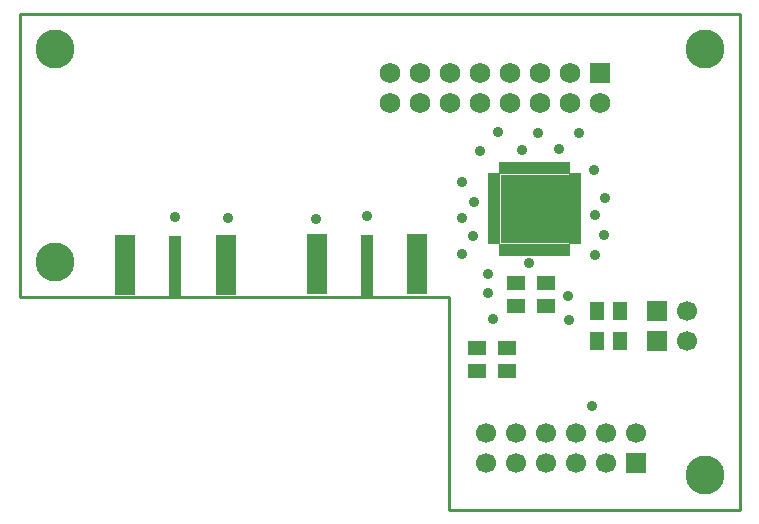
<source format=gts>
G04*
G04 #@! TF.GenerationSoftware,Altium Limited,Altium Designer,20.2.5 (213)*
G04*
G04 Layer_Color=8388736*
%FSLAX42Y42*%
%MOMM*%
G71*
G04*
G04 #@! TF.SameCoordinates,FD00795A-EEFA-4773-A186-A79775DAC492*
G04*
G04*
G04 #@! TF.FilePolarity,Negative*
G04*
G01*
G75*
%ADD12C,0.25*%
%ADD22R,1.80X5.10*%
%ADD23R,1.10X5.30*%
%ADD24R,5.80X5.80*%
%ADD25R,0.50X1.05*%
%ADD26R,1.05X0.50*%
%ADD27R,1.60X1.22*%
%ADD28R,1.22X1.60*%
%ADD29R,1.70X1.70*%
%ADD30C,1.70*%
%ADD31R,1.70X1.70*%
%ADD32C,1.73*%
%ADD33R,1.73X1.73*%
%ADD34C,3.30*%
%ADD35C,0.90*%
D12*
X7640Y5300D02*
X10100D01*
X7640D02*
Y7100D01*
X4000D02*
X7640D01*
X4000D02*
Y9500D01*
X10100D01*
Y5300D02*
Y9500D01*
D22*
X4895Y7378D02*
D03*
X5745D02*
D03*
X6515Y7382D02*
D03*
X7365D02*
D03*
D23*
X5320Y7360D02*
D03*
X6940Y7365D02*
D03*
D24*
X8360Y7850D02*
D03*
D25*
X8635Y7505D02*
D03*
X8585D02*
D03*
X8535D02*
D03*
X8485D02*
D03*
X8435D02*
D03*
X8385D02*
D03*
X8335D02*
D03*
X8285D02*
D03*
X8235D02*
D03*
X8185D02*
D03*
X8135D02*
D03*
X8085D02*
D03*
Y8195D02*
D03*
X8135D02*
D03*
X8185D02*
D03*
X8235D02*
D03*
X8285D02*
D03*
X8335D02*
D03*
X8385D02*
D03*
X8435D02*
D03*
X8485D02*
D03*
X8535D02*
D03*
X8585D02*
D03*
X8635D02*
D03*
D26*
X8015Y7575D02*
D03*
Y7625D02*
D03*
Y7675D02*
D03*
Y7725D02*
D03*
Y7775D02*
D03*
Y7825D02*
D03*
Y7875D02*
D03*
Y7925D02*
D03*
Y7975D02*
D03*
Y8025D02*
D03*
Y8075D02*
D03*
Y8125D02*
D03*
X8705D02*
D03*
Y8075D02*
D03*
Y8025D02*
D03*
Y7975D02*
D03*
Y7925D02*
D03*
Y7875D02*
D03*
Y7825D02*
D03*
Y7775D02*
D03*
Y7725D02*
D03*
Y7675D02*
D03*
Y7625D02*
D03*
Y7575D02*
D03*
D27*
X8460Y7221D02*
D03*
Y7030D02*
D03*
X8200Y7221D02*
D03*
Y7030D02*
D03*
X8128Y6668D02*
D03*
Y6477D02*
D03*
X7874Y6668D02*
D03*
Y6477D02*
D03*
D28*
X8890Y6731D02*
D03*
X9081D02*
D03*
Y6985D02*
D03*
X8890D02*
D03*
D29*
X9222Y5696D02*
D03*
D30*
Y5950D02*
D03*
X8968Y5696D02*
D03*
X8714D02*
D03*
X8460D02*
D03*
X8206D02*
D03*
X7952D02*
D03*
X8968Y5950D02*
D03*
X8714D02*
D03*
X8460D02*
D03*
X8206D02*
D03*
X7952D02*
D03*
X9652Y6731D02*
D03*
Y6985D02*
D03*
D31*
X9398Y6731D02*
D03*
Y6985D02*
D03*
D32*
X7138Y8750D02*
D03*
Y9004D02*
D03*
X7392Y8750D02*
D03*
Y9004D02*
D03*
X7646Y8750D02*
D03*
Y9004D02*
D03*
X7900Y8750D02*
D03*
Y9004D02*
D03*
X8154Y8750D02*
D03*
Y9004D02*
D03*
X8662Y8750D02*
D03*
X8916D02*
D03*
X8408D02*
D03*
X8662Y9004D02*
D03*
X8408D02*
D03*
D33*
X8916D02*
D03*
D34*
X4300Y7400D02*
D03*
X9800Y5600D02*
D03*
Y9200D02*
D03*
X4300D02*
D03*
D35*
X6510Y7762D02*
D03*
X5765Y7770D02*
D03*
X8850Y6178D02*
D03*
X5320Y7780D02*
D03*
X6940Y7790D02*
D03*
X8050Y8500D02*
D03*
X8740Y8490D02*
D03*
X8390D02*
D03*
X8870Y7460D02*
D03*
X8870Y7800D02*
D03*
X8955Y7940D02*
D03*
X8950Y7630D02*
D03*
X8865Y8180D02*
D03*
X8570Y8360D02*
D03*
X8255Y8350D02*
D03*
X7900Y8340D02*
D03*
X7750Y7470D02*
D03*
X7745Y8080D02*
D03*
X7845Y7910D02*
D03*
X7840Y7620D02*
D03*
X7745Y7770D02*
D03*
X8655Y6910D02*
D03*
X8645Y7110D02*
D03*
X7965Y7140D02*
D03*
X7965Y7300D02*
D03*
X8010Y6920D02*
D03*
X8310Y7393D02*
D03*
M02*

</source>
